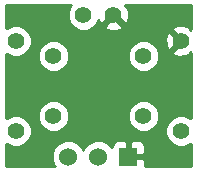
<source format=gtl>
G04 (created by PCBNEW (2013-07-07 BZR 4022)-stable) date 12/11/2014 3:56:36 AM*
%MOIN*%
G04 Gerber Fmt 3.4, Leading zero omitted, Abs format*
%FSLAX34Y34*%
G01*
G70*
G90*
G04 APERTURE LIST*
%ADD10C,0.00590551*%
%ADD11C,0.055*%
%ADD12R,0.06X0.06*%
%ADD13C,0.06*%
%ADD14C,0.01*%
G04 APERTURE END LIST*
G54D10*
G54D11*
X81814Y-56511D03*
X81814Y-54511D03*
X78814Y-56511D03*
X78814Y-54511D03*
X83070Y-54011D03*
X83070Y-57011D03*
X77559Y-57011D03*
X77559Y-54011D03*
G54D12*
X81314Y-57874D03*
G54D13*
X80314Y-57874D03*
X79314Y-57874D03*
G54D11*
X79814Y-53149D03*
X80814Y-53149D03*
G54D10*
G36*
X83391Y-58194D02*
X82340Y-58194D01*
X82340Y-56407D01*
X82340Y-54407D01*
X82260Y-54214D01*
X82112Y-54066D01*
X81919Y-53986D01*
X81710Y-53986D01*
X81517Y-54066D01*
X81370Y-54214D01*
X81344Y-54274D01*
X81290Y-54406D01*
X81289Y-54615D01*
X81369Y-54808D01*
X81517Y-54956D01*
X81710Y-55036D01*
X81918Y-55036D01*
X82111Y-54957D01*
X82259Y-54809D01*
X82339Y-54616D01*
X82340Y-54407D01*
X82340Y-56407D01*
X82260Y-56214D01*
X82112Y-56066D01*
X81919Y-55986D01*
X81710Y-55986D01*
X81517Y-56066D01*
X81370Y-56214D01*
X81290Y-56406D01*
X81289Y-56615D01*
X81369Y-56808D01*
X81517Y-56956D01*
X81710Y-57036D01*
X81918Y-57036D01*
X82111Y-56957D01*
X82259Y-56809D01*
X82339Y-56616D01*
X82340Y-56407D01*
X82340Y-58194D01*
X81864Y-58194D01*
X81865Y-58124D01*
X81865Y-57623D01*
X81864Y-57524D01*
X81826Y-57432D01*
X81756Y-57361D01*
X81664Y-57323D01*
X81427Y-57324D01*
X81364Y-57386D01*
X81364Y-57824D01*
X81802Y-57824D01*
X81864Y-57761D01*
X81865Y-57623D01*
X81865Y-58124D01*
X81864Y-57986D01*
X81802Y-57924D01*
X81364Y-57924D01*
X81364Y-57931D01*
X81264Y-57931D01*
X81264Y-57924D01*
X81257Y-57924D01*
X81257Y-57824D01*
X81264Y-57824D01*
X81264Y-57386D01*
X81202Y-57324D01*
X81112Y-57323D01*
X81112Y-53517D01*
X80814Y-53220D01*
X80517Y-53517D01*
X80542Y-53610D01*
X80739Y-53679D01*
X80947Y-53668D01*
X81087Y-53610D01*
X81112Y-53517D01*
X81112Y-57323D01*
X80965Y-57323D01*
X80873Y-57361D01*
X80803Y-57432D01*
X80765Y-57524D01*
X80764Y-57546D01*
X80626Y-57408D01*
X80424Y-57324D01*
X80206Y-57323D01*
X80003Y-57407D01*
X79848Y-57562D01*
X79814Y-57643D01*
X79781Y-57562D01*
X79626Y-57408D01*
X79424Y-57324D01*
X79340Y-57324D01*
X79340Y-56407D01*
X79340Y-54407D01*
X79260Y-54214D01*
X79112Y-54066D01*
X78919Y-53986D01*
X78710Y-53986D01*
X78517Y-54066D01*
X78370Y-54214D01*
X78290Y-54406D01*
X78289Y-54615D01*
X78369Y-54808D01*
X78517Y-54956D01*
X78710Y-55036D01*
X78918Y-55036D01*
X79111Y-54957D01*
X79259Y-54809D01*
X79339Y-54616D01*
X79340Y-54407D01*
X79340Y-56407D01*
X79260Y-56214D01*
X79112Y-56066D01*
X78919Y-55986D01*
X78710Y-55986D01*
X78517Y-56066D01*
X78370Y-56214D01*
X78290Y-56406D01*
X78289Y-56615D01*
X78369Y-56808D01*
X78517Y-56956D01*
X78710Y-57036D01*
X78918Y-57036D01*
X79111Y-56957D01*
X79259Y-56809D01*
X79339Y-56616D01*
X79340Y-56407D01*
X79340Y-57324D01*
X79206Y-57323D01*
X79003Y-57407D01*
X78848Y-57562D01*
X78765Y-57764D01*
X78764Y-57982D01*
X78848Y-58185D01*
X78858Y-58194D01*
X77238Y-58194D01*
X77238Y-57433D01*
X77261Y-57456D01*
X77454Y-57536D01*
X77663Y-57536D01*
X77856Y-57457D01*
X78003Y-57309D01*
X78083Y-57116D01*
X78084Y-56907D01*
X78004Y-56714D01*
X77856Y-56566D01*
X77663Y-56486D01*
X77455Y-56486D01*
X77262Y-56566D01*
X77238Y-56590D01*
X77238Y-54433D01*
X77261Y-54456D01*
X77454Y-54536D01*
X77663Y-54536D01*
X77856Y-54457D01*
X78003Y-54309D01*
X78083Y-54116D01*
X78084Y-53907D01*
X78004Y-53714D01*
X77856Y-53566D01*
X77663Y-53486D01*
X77455Y-53486D01*
X77262Y-53566D01*
X77238Y-53590D01*
X77238Y-52828D01*
X79393Y-52828D01*
X79370Y-52851D01*
X79290Y-53044D01*
X79289Y-53253D01*
X79369Y-53446D01*
X79517Y-53594D01*
X79710Y-53674D01*
X79918Y-53674D01*
X80111Y-53594D01*
X80259Y-53447D01*
X80312Y-53320D01*
X80354Y-53422D01*
X80447Y-53446D01*
X80744Y-53149D01*
X80738Y-53144D01*
X80809Y-53073D01*
X80814Y-53078D01*
X80820Y-53073D01*
X80891Y-53144D01*
X80885Y-53149D01*
X81182Y-53446D01*
X81275Y-53422D01*
X81344Y-53225D01*
X81333Y-53016D01*
X81275Y-52876D01*
X81182Y-52852D01*
X81206Y-52828D01*
X83391Y-52828D01*
X83391Y-53620D01*
X83367Y-53644D01*
X83343Y-53551D01*
X83146Y-53481D01*
X82938Y-53493D01*
X82798Y-53551D01*
X82773Y-53644D01*
X83070Y-53941D01*
X83076Y-53935D01*
X83147Y-54006D01*
X83141Y-54011D01*
X83147Y-54017D01*
X83076Y-54088D01*
X83070Y-54082D01*
X83000Y-54153D01*
X83000Y-54011D01*
X82703Y-53714D01*
X82610Y-53739D01*
X82540Y-53936D01*
X82552Y-54144D01*
X82610Y-54284D01*
X82703Y-54308D01*
X83000Y-54011D01*
X83000Y-54153D01*
X82773Y-54379D01*
X82798Y-54472D01*
X82995Y-54541D01*
X83203Y-54530D01*
X83343Y-54472D01*
X83367Y-54379D01*
X83367Y-54379D01*
X83391Y-54403D01*
X83391Y-56590D01*
X83368Y-56566D01*
X83367Y-56566D01*
X83175Y-56486D01*
X82966Y-56486D01*
X82773Y-56566D01*
X82626Y-56714D01*
X82545Y-56906D01*
X82545Y-57115D01*
X82625Y-57308D01*
X82773Y-57456D01*
X82965Y-57536D01*
X83174Y-57536D01*
X83367Y-57457D01*
X83391Y-57433D01*
X83391Y-58194D01*
X83391Y-58194D01*
G37*
G54D14*
X83391Y-58194D02*
X82340Y-58194D01*
X82340Y-56407D01*
X82340Y-54407D01*
X82260Y-54214D01*
X82112Y-54066D01*
X81919Y-53986D01*
X81710Y-53986D01*
X81517Y-54066D01*
X81370Y-54214D01*
X81344Y-54274D01*
X81290Y-54406D01*
X81289Y-54615D01*
X81369Y-54808D01*
X81517Y-54956D01*
X81710Y-55036D01*
X81918Y-55036D01*
X82111Y-54957D01*
X82259Y-54809D01*
X82339Y-54616D01*
X82340Y-54407D01*
X82340Y-56407D01*
X82260Y-56214D01*
X82112Y-56066D01*
X81919Y-55986D01*
X81710Y-55986D01*
X81517Y-56066D01*
X81370Y-56214D01*
X81290Y-56406D01*
X81289Y-56615D01*
X81369Y-56808D01*
X81517Y-56956D01*
X81710Y-57036D01*
X81918Y-57036D01*
X82111Y-56957D01*
X82259Y-56809D01*
X82339Y-56616D01*
X82340Y-56407D01*
X82340Y-58194D01*
X81864Y-58194D01*
X81865Y-58124D01*
X81865Y-57623D01*
X81864Y-57524D01*
X81826Y-57432D01*
X81756Y-57361D01*
X81664Y-57323D01*
X81427Y-57324D01*
X81364Y-57386D01*
X81364Y-57824D01*
X81802Y-57824D01*
X81864Y-57761D01*
X81865Y-57623D01*
X81865Y-58124D01*
X81864Y-57986D01*
X81802Y-57924D01*
X81364Y-57924D01*
X81364Y-57931D01*
X81264Y-57931D01*
X81264Y-57924D01*
X81257Y-57924D01*
X81257Y-57824D01*
X81264Y-57824D01*
X81264Y-57386D01*
X81202Y-57324D01*
X81112Y-57323D01*
X81112Y-53517D01*
X80814Y-53220D01*
X80517Y-53517D01*
X80542Y-53610D01*
X80739Y-53679D01*
X80947Y-53668D01*
X81087Y-53610D01*
X81112Y-53517D01*
X81112Y-57323D01*
X80965Y-57323D01*
X80873Y-57361D01*
X80803Y-57432D01*
X80765Y-57524D01*
X80764Y-57546D01*
X80626Y-57408D01*
X80424Y-57324D01*
X80206Y-57323D01*
X80003Y-57407D01*
X79848Y-57562D01*
X79814Y-57643D01*
X79781Y-57562D01*
X79626Y-57408D01*
X79424Y-57324D01*
X79340Y-57324D01*
X79340Y-56407D01*
X79340Y-54407D01*
X79260Y-54214D01*
X79112Y-54066D01*
X78919Y-53986D01*
X78710Y-53986D01*
X78517Y-54066D01*
X78370Y-54214D01*
X78290Y-54406D01*
X78289Y-54615D01*
X78369Y-54808D01*
X78517Y-54956D01*
X78710Y-55036D01*
X78918Y-55036D01*
X79111Y-54957D01*
X79259Y-54809D01*
X79339Y-54616D01*
X79340Y-54407D01*
X79340Y-56407D01*
X79260Y-56214D01*
X79112Y-56066D01*
X78919Y-55986D01*
X78710Y-55986D01*
X78517Y-56066D01*
X78370Y-56214D01*
X78290Y-56406D01*
X78289Y-56615D01*
X78369Y-56808D01*
X78517Y-56956D01*
X78710Y-57036D01*
X78918Y-57036D01*
X79111Y-56957D01*
X79259Y-56809D01*
X79339Y-56616D01*
X79340Y-56407D01*
X79340Y-57324D01*
X79206Y-57323D01*
X79003Y-57407D01*
X78848Y-57562D01*
X78765Y-57764D01*
X78764Y-57982D01*
X78848Y-58185D01*
X78858Y-58194D01*
X77238Y-58194D01*
X77238Y-57433D01*
X77261Y-57456D01*
X77454Y-57536D01*
X77663Y-57536D01*
X77856Y-57457D01*
X78003Y-57309D01*
X78083Y-57116D01*
X78084Y-56907D01*
X78004Y-56714D01*
X77856Y-56566D01*
X77663Y-56486D01*
X77455Y-56486D01*
X77262Y-56566D01*
X77238Y-56590D01*
X77238Y-54433D01*
X77261Y-54456D01*
X77454Y-54536D01*
X77663Y-54536D01*
X77856Y-54457D01*
X78003Y-54309D01*
X78083Y-54116D01*
X78084Y-53907D01*
X78004Y-53714D01*
X77856Y-53566D01*
X77663Y-53486D01*
X77455Y-53486D01*
X77262Y-53566D01*
X77238Y-53590D01*
X77238Y-52828D01*
X79393Y-52828D01*
X79370Y-52851D01*
X79290Y-53044D01*
X79289Y-53253D01*
X79369Y-53446D01*
X79517Y-53594D01*
X79710Y-53674D01*
X79918Y-53674D01*
X80111Y-53594D01*
X80259Y-53447D01*
X80312Y-53320D01*
X80354Y-53422D01*
X80447Y-53446D01*
X80744Y-53149D01*
X80738Y-53144D01*
X80809Y-53073D01*
X80814Y-53078D01*
X80820Y-53073D01*
X80891Y-53144D01*
X80885Y-53149D01*
X81182Y-53446D01*
X81275Y-53422D01*
X81344Y-53225D01*
X81333Y-53016D01*
X81275Y-52876D01*
X81182Y-52852D01*
X81206Y-52828D01*
X83391Y-52828D01*
X83391Y-53620D01*
X83367Y-53644D01*
X83343Y-53551D01*
X83146Y-53481D01*
X82938Y-53493D01*
X82798Y-53551D01*
X82773Y-53644D01*
X83070Y-53941D01*
X83076Y-53935D01*
X83147Y-54006D01*
X83141Y-54011D01*
X83147Y-54017D01*
X83076Y-54088D01*
X83070Y-54082D01*
X83000Y-54153D01*
X83000Y-54011D01*
X82703Y-53714D01*
X82610Y-53739D01*
X82540Y-53936D01*
X82552Y-54144D01*
X82610Y-54284D01*
X82703Y-54308D01*
X83000Y-54011D01*
X83000Y-54153D01*
X82773Y-54379D01*
X82798Y-54472D01*
X82995Y-54541D01*
X83203Y-54530D01*
X83343Y-54472D01*
X83367Y-54379D01*
X83367Y-54379D01*
X83391Y-54403D01*
X83391Y-56590D01*
X83368Y-56566D01*
X83367Y-56566D01*
X83175Y-56486D01*
X82966Y-56486D01*
X82773Y-56566D01*
X82626Y-56714D01*
X82545Y-56906D01*
X82545Y-57115D01*
X82625Y-57308D01*
X82773Y-57456D01*
X82965Y-57536D01*
X83174Y-57536D01*
X83367Y-57457D01*
X83391Y-57433D01*
X83391Y-58194D01*
M02*

</source>
